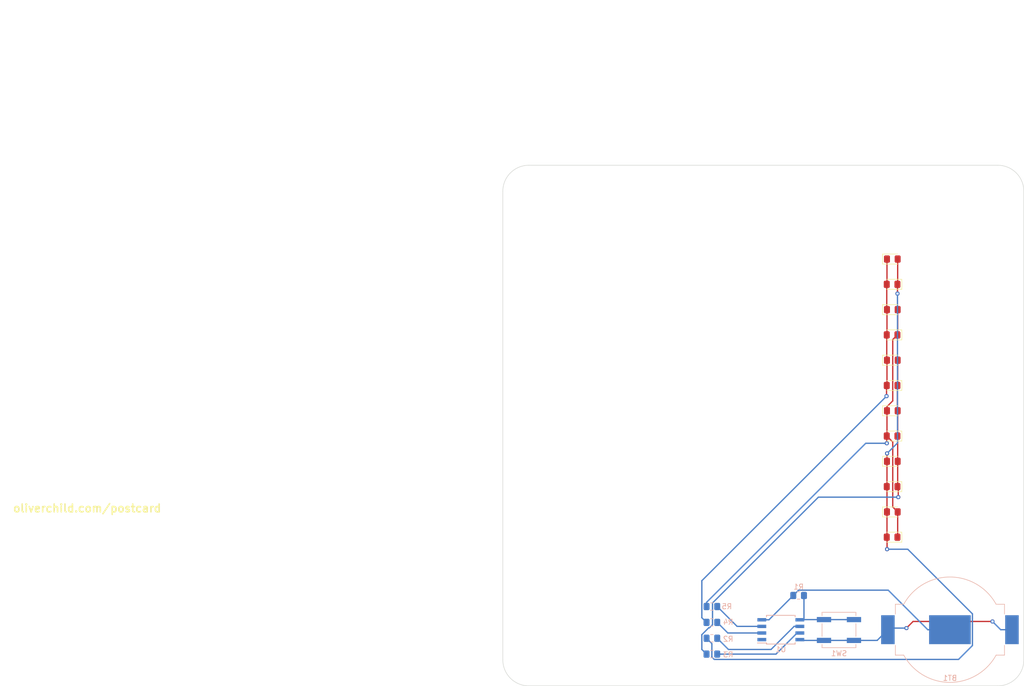
<source format=kicad_pcb>
(kicad_pcb (version 20171130) (host pcbnew "(5.1.12)-1")
  (layers (0 F.Cu signal) (31 B.Cu signal) (34 B.Paste user hide) (35 F.Paste user hide) (36 B.SilkS user hide) (37 F.SilkS user hide) (38 B.Mask user hide) (39 F.Mask user hide) (44 Edge.Cuts user))
  (net 0 "")
  (net 1 Earth)
  (net 2 VDD)
  (net 3 "Net-(D1-Pad1)")
  (net 4 "Net-(D1-Pad2)")
  (net 5 "Net-(D2-Pad1)")
  (net 6 "Net-(D10-Pad2)")
  (net 7 "Net-(R1-Pad1)")
  (net 8 "Net-(R2-Pad2)")
  (net 9 "Net-(R3-Pad2)")
  (net 10 "Net-(R4-Pad2)")
  (net 11 "Net-(R5-Pad2)")
  (net 12 "Net-(U1-Pad1)")
  (module Battery:BatteryHolder_MPD_BC2003_1x2032 (layer B.Cu) (at 182.335 120.96)
    (fp_text reference BT1 (at 0 9.29) (layer B.SilkS) (effects (justify mirror)))
    (fp_text value Battery)
    (fp_line (start -10.47 4.885) (end -8.86291 4.885) (layer B.SilkS) (width 0.12))
    (fp_line (start -10.47 3) (end -10.47 4.885) (layer B.SilkS) (width 0.12))
    (fp_line (start 10.47 3) (end 10.47 4.885) (layer B.SilkS) (width 0.12))
    (fp_line (start -10.47 -3) (end -10.47 -4.885) (layer B.SilkS) (width 0.12))
    (fp_line (start 10.47 -3) (end 10.47 -4.885) (layer B.SilkS) (width 0.12))
    (fp_line (start 10.47 4.885) (end 8.86291 4.885) (layer B.SilkS) (width 0.12))
    (fp_line (start -10.47 -4.885) (end -8.86291 -4.885) (layer B.SilkS) (width 0.12))
    (fp_line (start 10.47 -4.885) (end 8.86291 -4.885) (layer B.SilkS) (width 0.12))
    (fp_arc (start 0 0) (end -8.86291 -4.885) (angle 122.3) (layer B.SilkS) (width 0.12))
    (fp_arc (start 0 0) (end 8.86291 4.885) (angle 122.2752329) (layer B.SilkS) (width 0.12))
    (pad 1 smd rect (at -11.905 0) (size 2.6 5.56) (layers B.Cu B.Paste B.Mask) (net 2 VDD))
    (pad 1 smd rect (at 11.905 0) (size 2.6 5.56) (layers B.Cu B.Paste B.Mask) (net 2 VDD))
    (pad 2 smd rect (at 0 0) (size 8 5.56) (layers B.Cu B.Paste B.Mask) (net 1 Earth))
  )
  (module LED_SMD:LED_0805_2012Metric_Pad1.15x1.40mm_HandSolder (layer F.Cu) (at 171.235 93.477267 180)
    (fp_text reference D1 hide)
    (fp_text value LED hide)
    (fp_line (start -1.86 0.96) (end 1 0.96) (layer F.SilkS) (width 0.12))
    (fp_line (start -1.86 -0.96) (end -1.86 0.96) (layer F.SilkS) (width 0.12))
    (fp_line (start 1 -0.96) (end -1.86 -0.96) (layer F.SilkS) (width 0.12))
    (pad 1 smd roundrect (at -1.025 0 180) (size 1.15 1.4) (layers F.Cu F.Paste F.Mask) (roundrect_rratio 0.217391) (net 3 "Net-(D1-Pad1)"))
    (pad 2 smd roundrect (at 1.025 0 180) (size 1.15 1.4) (layers F.Cu F.Paste F.Mask) (roundrect_rratio 0.217391) (net 4 "Net-(D1-Pad2)"))
  )
  (module LED_SMD:LED_0805_2012Metric_Pad1.15x1.40mm_HandSolder (layer F.Cu) (at 171.28 69.195452)
    (fp_text reference D2 hide)
    (fp_text value LED hide)
    (fp_line (start -1.86 0.96) (end 1 0.96) (layer F.SilkS) (width 0.12))
    (fp_line (start -1.86 -0.96) (end -1.86 0.96) (layer F.SilkS) (width 0.12))
    (fp_line (start 1 -0.96) (end -1.86 -0.96) (layer F.SilkS) (width 0.12))
    (pad 1 smd roundrect (at -1.025 0) (size 1.15 1.4) (layers F.Cu F.Paste F.Mask) (roundrect_rratio 0.217391) (net 5 "Net-(D2-Pad1)"))
    (pad 2 smd roundrect (at 1.025 0) (size 1.15 1.4) (layers F.Cu F.Paste F.Mask) (roundrect_rratio 0.217391) (net 3 "Net-(D1-Pad1)"))
  )
  (module LED_SMD:LED_0805_2012Metric_Pad1.15x1.40mm_HandSolder (layer F.Cu) (at 171.235 64.339089 180)
    (fp_text reference D3 hide)
    (fp_text value LED hide)
    (fp_line (start -1.86 0.96) (end 1 0.96) (layer F.SilkS) (width 0.12))
    (fp_line (start -1.86 -0.96) (end -1.86 0.96) (layer F.SilkS) (width 0.12))
    (fp_line (start 1 -0.96) (end -1.86 -0.96) (layer F.SilkS) (width 0.12))
    (pad 1 smd roundrect (at -1.025 0 180) (size 1.15 1.4) (layers F.Cu F.Paste F.Mask) (roundrect_rratio 0.217391) (net 6 "Net-(D10-Pad2)"))
    (pad 2 smd roundrect (at 1.025 0 180) (size 1.15 1.4) (layers F.Cu F.Paste F.Mask) (roundrect_rratio 0.217391) (net 5 "Net-(D2-Pad1)"))
  )
  (module LED_SMD:LED_0805_2012Metric_Pad1.15x1.40mm_HandSolder (layer F.Cu) (at 171.28 88.620904)
    (fp_text reference D4 hide)
    (fp_text value LED hide)
    (fp_line (start 1 -0.96) (end -1.86 -0.96) (layer F.SilkS) (width 0.12))
    (fp_line (start -1.86 -0.96) (end -1.86 0.96) (layer F.SilkS) (width 0.12))
    (fp_line (start -1.86 0.96) (end 1 0.96) (layer F.SilkS) (width 0.12))
    (pad 2 smd roundrect (at 1.025 0) (size 1.15 1.4) (layers F.Cu F.Paste F.Mask) (roundrect_rratio 0.217391) (net 3 "Net-(D1-Pad1)"))
    (pad 1 smd roundrect (at -1.025 0) (size 1.15 1.4) (layers F.Cu F.Paste F.Mask) (roundrect_rratio 0.217391) (net 4 "Net-(D1-Pad2)"))
  )
  (module LED_SMD:LED_0805_2012Metric_Pad1.15x1.40mm_HandSolder (layer F.Cu) (at 171.235 74.051815 180)
    (fp_text reference D5 hide)
    (fp_text value LED hide)
    (fp_line (start 1 -0.96) (end -1.86 -0.96) (layer F.SilkS) (width 0.12))
    (fp_line (start -1.86 -0.96) (end -1.86 0.96) (layer F.SilkS) (width 0.12))
    (fp_line (start -1.86 0.96) (end 1 0.96) (layer F.SilkS) (width 0.12))
    (pad 2 smd roundrect (at 1.025 0 180) (size 1.15 1.4) (layers F.Cu F.Paste F.Mask) (roundrect_rratio 0.217391) (net 5 "Net-(D2-Pad1)"))
    (pad 1 smd roundrect (at -1.025 0 180) (size 1.15 1.4) (layers F.Cu F.Paste F.Mask) (roundrect_rratio 0.217391) (net 3 "Net-(D1-Pad1)"))
  )
  (module LED_SMD:LED_0805_2012Metric_Pad1.15x1.40mm_HandSolder (layer F.Cu) (at 171.28 59.482726)
    (fp_text reference D6 hide)
    (fp_text value LED hide)
    (fp_line (start 1 -0.96) (end -1.86 -0.96) (layer F.SilkS) (width 0.12))
    (fp_line (start -1.86 -0.96) (end -1.86 0.96) (layer F.SilkS) (width 0.12))
    (fp_line (start -1.86 0.96) (end 1 0.96) (layer F.SilkS) (width 0.12))
    (pad 2 smd roundrect (at 1.025 0) (size 1.15 1.4) (layers F.Cu F.Paste F.Mask) (roundrect_rratio 0.217391) (net 6 "Net-(D10-Pad2)"))
    (pad 1 smd roundrect (at -1.025 0) (size 1.15 1.4) (layers F.Cu F.Paste F.Mask) (roundrect_rratio 0.217391) (net 5 "Net-(D2-Pad1)"))
  )
  (module LED_SMD:LED_0805_2012Metric_Pad1.15x1.40mm_HandSolder (layer F.Cu) (at 171.28 49.77)
    (fp_text reference D7 hide)
    (fp_text value LED hide)
    (fp_line (start -1.86 0.96) (end 1 0.96) (layer F.SilkS) (width 0.12))
    (fp_line (start -1.86 -0.96) (end -1.86 0.96) (layer F.SilkS) (width 0.12))
    (fp_line (start 1 -0.96) (end -1.86 -0.96) (layer F.SilkS) (width 0.12))
    (pad 1 smd roundrect (at -1.025 0) (size 1.15 1.4) (layers F.Cu F.Paste F.Mask) (roundrect_rratio 0.217391) (net 5 "Net-(D2-Pad1)"))
    (pad 2 smd roundrect (at 1.025 0) (size 1.15 1.4) (layers F.Cu F.Paste F.Mask) (roundrect_rratio 0.217391) (net 4 "Net-(D1-Pad2)"))
  )
  (module LED_SMD:LED_0805_2012Metric_Pad1.15x1.40mm_HandSolder (layer F.Cu) (at 171.235 54.626363 180)
    (fp_text reference D8 hide)
    (fp_text value LED hide)
    (fp_line (start 1 -0.96) (end -1.86 -0.96) (layer F.SilkS) (width 0.12))
    (fp_line (start -1.86 -0.96) (end -1.86 0.96) (layer F.SilkS) (width 0.12))
    (fp_line (start -1.86 0.96) (end 1 0.96) (layer F.SilkS) (width 0.12))
    (pad 2 smd roundrect (at 1.025 0 180) (size 1.15 1.4) (layers F.Cu F.Paste F.Mask) (roundrect_rratio 0.217391) (net 5 "Net-(D2-Pad1)"))
    (pad 1 smd roundrect (at -1.025 0 180) (size 1.15 1.4) (layers F.Cu F.Paste F.Mask) (roundrect_rratio 0.217391) (net 4 "Net-(D1-Pad2)"))
  )
  (module LED_SMD:LED_0805_2012Metric_Pad1.15x1.40mm_HandSolder (layer F.Cu) (at 171.235 103.19 180)
    (fp_text reference D9 hide)
    (fp_text value LED hide)
    (fp_line (start -1.86 0.96) (end 1 0.96) (layer F.SilkS) (width 0.12))
    (fp_line (start -1.86 -0.96) (end -1.86 0.96) (layer F.SilkS) (width 0.12))
    (fp_line (start 1 -0.96) (end -1.86 -0.96) (layer F.SilkS) (width 0.12))
    (pad 1 smd roundrect (at -1.025 0 180) (size 1.15 1.4) (layers F.Cu F.Paste F.Mask) (roundrect_rratio 0.217391) (net 6 "Net-(D10-Pad2)"))
    (pad 2 smd roundrect (at 1.025 0 180) (size 1.15 1.4) (layers F.Cu F.Paste F.Mask) (roundrect_rratio 0.217391) (net 4 "Net-(D1-Pad2)"))
  )
  (module LED_SMD:LED_0805_2012Metric_Pad1.15x1.40mm_HandSolder (layer F.Cu) (at 171.28 98.33363)
    (fp_text reference D10 hide)
    (fp_text value LED hide)
    (fp_line (start 1 -0.96) (end -1.86 -0.96) (layer F.SilkS) (width 0.12))
    (fp_line (start -1.86 -0.96) (end -1.86 0.96) (layer F.SilkS) (width 0.12))
    (fp_line (start -1.86 0.96) (end 1 0.96) (layer F.SilkS) (width 0.12))
    (pad 2 smd roundrect (at 1.025 0) (size 1.15 1.4) (layers F.Cu F.Paste F.Mask) (roundrect_rratio 0.217391) (net 6 "Net-(D10-Pad2)"))
    (pad 1 smd roundrect (at -1.025 0) (size 1.15 1.4) (layers F.Cu F.Paste F.Mask) (roundrect_rratio 0.217391) (net 4 "Net-(D1-Pad2)"))
  )
  (module LED_SMD:LED_0805_2012Metric_Pad1.15x1.40mm_HandSolder (layer F.Cu) (at 171.28 78.908178)
    (fp_text reference D11 hide)
    (fp_text value LED hide)
    (fp_line (start -1.86 0.96) (end 1 0.96) (layer F.SilkS) (width 0.12))
    (fp_line (start -1.86 -0.96) (end -1.86 0.96) (layer F.SilkS) (width 0.12))
    (fp_line (start 1 -0.96) (end -1.86 -0.96) (layer F.SilkS) (width 0.12))
    (pad 1 smd roundrect (at -1.025 0) (size 1.15 1.4) (layers F.Cu F.Paste F.Mask) (roundrect_rratio 0.217391) (net 6 "Net-(D10-Pad2)"))
    (pad 2 smd roundrect (at 1.025 0) (size 1.15 1.4) (layers F.Cu F.Paste F.Mask) (roundrect_rratio 0.217391) (net 3 "Net-(D1-Pad1)"))
  )
  (module LED_SMD:LED_0805_2012Metric_Pad1.15x1.40mm_HandSolder (layer F.Cu) (at 171.235 83.764541 180)
    (fp_text reference D12 hide)
    (fp_text value LED hide)
    (fp_line (start 1 -0.96) (end -1.86 -0.96) (layer F.SilkS) (width 0.12))
    (fp_line (start -1.86 -0.96) (end -1.86 0.96) (layer F.SilkS) (width 0.12))
    (fp_line (start -1.86 0.96) (end 1 0.96) (layer F.SilkS) (width 0.12))
    (pad 2 smd roundrect (at 1.025 0 180) (size 1.15 1.4) (layers F.Cu F.Paste F.Mask) (roundrect_rratio 0.217391) (net 6 "Net-(D10-Pad2)"))
    (pad 1 smd roundrect (at -1.025 0 180) (size 1.15 1.4) (layers F.Cu F.Paste F.Mask) (roundrect_rratio 0.217391) (net 3 "Net-(D1-Pad1)"))
  )
  (module Resistor_SMD:R_0805_2012Metric_Pad1.15x1.40mm_HandSolder (layer B.Cu) (at 153.295 114.39 180)
    (fp_text reference R1 (at 0 1.65 180) (layer B.SilkS) (effects (justify mirror)))
    (fp_text value R)
    (fp_line (start -0.261252 0.71) (end 0.261252 0.71) (layer B.SilkS) (width 0.12))
    (fp_line (start -0.261252 -0.71) (end 0.261252 -0.71) (layer B.SilkS) (width 0.12))
    (pad 2 smd roundrect (at 1.025 0 180) (size 1.15 1.4) (layers B.Cu B.Paste B.Mask) (roundrect_rratio 0.217391) (net 1 Earth))
    (pad 1 smd roundrect (at -1.025 0 180) (size 1.15 1.4) (layers B.Cu B.Paste B.Mask) (roundrect_rratio 0.217391) (net 7 "Net-(R1-Pad1)"))
  )
  (module Resistor_SMD:R_0805_2012Metric_Pad1.15x1.40mm_HandSolder (layer B.Cu) (at 136.645 122.603332)
    (fp_text reference R2 (at 3.125 0.146668) (layer B.SilkS) (effects (justify mirror)))
    (fp_text value R)
    (fp_line (start -0.261252 -0.71) (end 0.261252 -0.71) (layer B.SilkS) (width 0.12))
    (fp_line (start -0.261252 0.71) (end 0.261252 0.71) (layer B.SilkS) (width 0.12))
    (pad 1 smd roundrect (at -1.025 0) (size 1.15 1.4) (layers B.Cu B.Paste B.Mask) (roundrect_rratio 0.217391) (net 4 "Net-(D1-Pad2)"))
    (pad 2 smd roundrect (at 1.025 0) (size 1.15 1.4) (layers B.Cu B.Paste B.Mask) (roundrect_rratio 0.217391) (net 8 "Net-(R2-Pad2)"))
  )
  (module Resistor_SMD:R_0805_2012Metric_Pad1.15x1.40mm_HandSolder (layer B.Cu) (at 136.645 125.65)
    (fp_text reference R3 (at 3.125 0.1) (layer B.SilkS) (effects (justify mirror)))
    (fp_text value R)
    (fp_line (start -0.261252 0.71) (end 0.261252 0.71) (layer B.SilkS) (width 0.12))
    (fp_line (start -0.261252 -0.71) (end 0.261252 -0.71) (layer B.SilkS) (width 0.12))
    (pad 2 smd roundrect (at 1.025 0) (size 1.15 1.4) (layers B.Cu B.Paste B.Mask) (roundrect_rratio 0.217391) (net 9 "Net-(R3-Pad2)"))
    (pad 1 smd roundrect (at -1.025 0) (size 1.15 1.4) (layers B.Cu B.Paste B.Mask) (roundrect_rratio 0.217391) (net 3 "Net-(D1-Pad1)"))
  )
  (module Resistor_SMD:R_0805_2012Metric_Pad1.15x1.40mm_HandSolder (layer B.Cu) (at 136.645 119.556666)
    (fp_text reference R4 (at 3.125 -0.056666) (layer B.SilkS) (effects (justify mirror)))
    (fp_text value R)
    (fp_line (start -0.261252 -0.71) (end 0.261252 -0.71) (layer B.SilkS) (width 0.12))
    (fp_line (start -0.261252 0.71) (end 0.261252 0.71) (layer B.SilkS) (width 0.12))
    (pad 1 smd roundrect (at -1.025 0) (size 1.15 1.4) (layers B.Cu B.Paste B.Mask) (roundrect_rratio 0.217391) (net 5 "Net-(D2-Pad1)"))
    (pad 2 smd roundrect (at 1.025 0) (size 1.15 1.4) (layers B.Cu B.Paste B.Mask) (roundrect_rratio 0.217391) (net 10 "Net-(R4-Pad2)"))
  )
  (module Resistor_SMD:R_0805_2012Metric_Pad1.15x1.40mm_HandSolder (layer B.Cu) (at 136.645 116.51)
    (fp_text reference R5 (at 2.875 -0.01) (layer B.SilkS) (effects (justify mirror)))
    (fp_text value R)
    (fp_line (start -0.261252 0.71) (end 0.261252 0.71) (layer B.SilkS) (width 0.12))
    (fp_line (start -0.261252 -0.71) (end 0.261252 -0.71) (layer B.SilkS) (width 0.12))
    (pad 2 smd roundrect (at 1.025 0) (size 1.15 1.4) (layers B.Cu B.Paste B.Mask) (roundrect_rratio 0.217391) (net 11 "Net-(R5-Pad2)"))
    (pad 1 smd roundrect (at -1.025 0) (size 1.15 1.4) (layers B.Cu B.Paste B.Mask) (roundrect_rratio 0.217391) (net 6 "Net-(D10-Pad2)"))
  )
  (module Button_Switch_SMD:SW_SPST_B3SL-1002P (layer B.Cu) (at 161.04 121.02)
    (fp_text reference SW1 (at 0 4.5) (layer B.SilkS) (effects (justify mirror)))
    (fp_text value SW_Push)
    (fp_line (start 3.25 -2.75) (end 3.25 -3.4) (layer B.SilkS) (width 0.12))
    (fp_line (start 3.25 -3.4) (end -3.25 -3.4) (layer B.SilkS) (width 0.12))
    (fp_line (start -3.25 -3.4) (end -3.25 -2.75) (layer B.SilkS) (width 0.12))
    (fp_line (start 3.25 2.75) (end 3.25 3.4) (layer B.SilkS) (width 0.12))
    (fp_line (start 3.25 3.4) (end -3.25 3.4) (layer B.SilkS) (width 0.12))
    (fp_line (start -3.25 3.4) (end -3.25 2.75) (layer B.SilkS) (width 0.12))
    (fp_line (start 3.25 1.25) (end 3.25 -1.25) (layer B.SilkS) (width 0.12))
    (fp_line (start -3.25 1.25) (end -3.25 -1.25) (layer B.SilkS) (width 0.12))
    (pad 2 smd rect (at -2.875 -2) (size 2.75 1) (layers B.Cu B.Paste B.Mask) (net 7 "Net-(R1-Pad1)"))
    (pad 2 smd rect (at 2.875 -2) (size 2.75 1) (layers B.Cu B.Paste B.Mask) (net 7 "Net-(R1-Pad1)"))
    (pad 1 smd rect (at 2.875 2) (size 2.75 1) (layers B.Cu B.Paste B.Mask) (net 2 VDD))
    (pad 1 smd rect (at -2.875 2) (size 2.75 1) (layers B.Cu B.Paste B.Mask) (net 2 VDD))
  )
  (module Package_SO:SOIJ-8_5.3x5.3mm_P1.27mm (layer B.Cu) (at 149.88 120.96)
    (fp_text reference U1 (at 0 3.79) (layer B.SilkS) (effects (justify mirror)))
    (fp_text value ATtiny85-20SU)
    (fp_line (start -2.75 2.755) (end -2.75 2.55) (layer B.SilkS) (width 0.15))
    (fp_line (start 2.75 2.755) (end 2.75 2.455) (layer B.SilkS) (width 0.15))
    (fp_line (start 2.75 -2.755) (end 2.75 -2.455) (layer B.SilkS) (width 0.15))
    (fp_line (start -2.75 -2.755) (end -2.75 -2.455) (layer B.SilkS) (width 0.15))
    (fp_line (start -2.75 2.755) (end 2.75 2.755) (layer B.SilkS) (width 0.15))
    (fp_line (start -2.75 -2.755) (end 2.75 -2.755) (layer B.SilkS) (width 0.15))
    (fp_line (start -2.75 2.55) (end -4.5 2.55) (layer B.SilkS) (width 0.15))
    (pad 8 smd rect (at 3.65 1.905) (size 1.7 0.65) (layers B.Cu B.Paste B.Mask) (net 2 VDD))
    (pad 7 smd rect (at 3.65 0.635) (size 1.7 0.65) (layers B.Cu B.Paste B.Mask) (net 9 "Net-(R3-Pad2)"))
    (pad 6 smd rect (at 3.65 -0.635) (size 1.7 0.65) (layers B.Cu B.Paste B.Mask) (net 8 "Net-(R2-Pad2)"))
    (pad 5 smd rect (at 3.65 -1.905) (size 1.7 0.65) (layers B.Cu B.Paste B.Mask) (net 7 "Net-(R1-Pad1)"))
    (pad 4 smd rect (at -3.65 -1.905) (size 1.7 0.65) (layers B.Cu B.Paste B.Mask) (net 1 Earth))
    (pad 3 smd rect (at -3.65 -0.635) (size 1.7 0.65) (layers B.Cu B.Paste B.Mask) (net 11 "Net-(R5-Pad2)"))
    (pad 2 smd rect (at -3.65 0.635) (size 1.7 0.65) (layers B.Cu B.Paste B.Mask) (net 10 "Net-(R4-Pad2)"))
    (pad 1 smd rect (at -3.65 1.905) (size 1.7 0.65) (layers B.Cu B.Paste B.Mask) (net 12 "Net-(U1-Pad1)"))
  )
  (module lib:smallsoldermask (layer F.Cu) (at 50 50)
    (fp_text reference G*** hide)
    (fp_text value LOGO hide)
  )
  (gr_text oliverchild.com/postcard (at 16.73 97.64) (layer F.SilkS) (effects (font (size 1.5 1.5) (thickness 0.3))))
  (gr_line (start 101.52 31.75) (end 191.52 31.75) (layer Edge.Cuts) (width 0.1))
  (gr_line (start 96.52 126.75) (end 96.52 36.75) (layer Edge.Cuts) (width 0.1))
  (gr_line (start 191.52 131.75) (end 101.52 131.75) (layer Edge.Cuts) (width 0.1))
  (gr_line (start 196.52 36.75) (end 196.52 126.75) (layer Edge.Cuts) (width 0.1))
  (gr_arc (start 191.52 126.75) (end 191.52 131.75) (angle -90) (layer Edge.Cuts) (width 0.1))
  (gr_arc (start 191.52 36.75) (end 196.52 36.75) (angle -90) (layer Edge.Cuts) (width 0.1))
  (gr_arc (start 101.52 36.75) (end 101.52 31.75) (angle -90) (layer Edge.Cuts) (width 0.1))
  (gr_arc (start 101.52 126.75) (end 96.52 126.75) (angle -90) (layer Edge.Cuts) (width 0.1))
  (via (at 173.99 120.65) (size 0.8) (drill 0.4) (layers F.Cu B.Cu) (net 2))
  (via (at 190.5 119.38) (size 0.8) (drill 0.4) (layers F.Cu B.Cu) (net 2))
  (via (at 172.42 95.5) (size 0.8) (drill 0.4) (layers F.Cu B.Cu) (net 3))
  (via (at 170.27 87.1) (size 0.8) (drill 0.4) (layers F.Cu B.Cu) (net 4))
  (via (at 172.27 56.4) (size 0.8) (drill 0.4) (layers F.Cu B.Cu) (net 4))
  (via (at 170.27 105.5) (size 0.8) (drill 0.4) (layers F.Cu B.Cu) (net 4))
  (via (at 170.17 76.1) (size 0.8) (drill 0.4) (layers F.Cu B.Cu) (net 5))
  (via (at 170.22 85.15) (size 0.8) (drill 0.4) (layers F.Cu B.Cu) (net 6))
  (segment (start 170.48999 113.36499) (end 178.085 120.96) (width 0.25) (layer B.Cu) (net 1))
  (segment (start 178.085 120.96) (end 182.335 120.96) (width 0.25) (layer B.Cu) (net 1))
  (segment (start 153.29501 113.36499) (end 170.48999 113.36499) (width 0.25) (layer B.Cu) (net 1))
  (segment (start 152.27 114.39) (end 153.29501 113.36499) (width 0.25) (layer B.Cu) (net 1))
  (segment (start 147.605 119.055) (end 152.27 114.39) (width 0.25) (layer B.Cu) (net 1))
  (segment (start 146.23 119.055) (end 147.605 119.055) (width 0.25) (layer B.Cu) (net 1))
  (segment (start 168.37 123.02) (end 170.43 120.96) (width 0.25) (layer B.Cu) (net 2))
  (segment (start 163.915 123.02) (end 168.37 123.02) (width 0.25) (layer B.Cu) (net 2))
  (segment (start 162.29 123.02) (end 158.165 123.02) (width 0.25) (layer B.Cu) (net 2))
  (segment (start 163.915 123.02) (end 162.29 123.02) (width 0.25) (layer B.Cu) (net 2))
  (segment (start 153.685 123.02) (end 153.53 122.865) (width 0.25) (layer B.Cu) (net 2))
  (segment (start 158.165 123.02) (end 153.685 123.02) (width 0.25) (layer B.Cu) (net 2))
  (segment (start 192.08 120.96) (end 190.5 119.38) (width 0.25) (layer B.Cu) (net 2))
  (segment (start 194.24 120.96) (end 192.08 120.96) (width 0.25) (layer B.Cu) (net 2))
  (segment (start 175.26 119.38) (end 173.99 120.65) (width 0.25) (layer F.Cu) (net 2))
  (segment (start 190.5 119.38) (end 175.26 119.38) (width 0.25) (layer F.Cu) (net 2))
  (segment (start 170.74 120.65) (end 170.43 120.96) (width 0.25) (layer B.Cu) (net 2))
  (segment (start 173.99 120.65) (end 170.74 120.65) (width 0.25) (layer B.Cu) (net 2))
  (segment (start 172.305 74.006815) (end 172.26 74.051815) (width 0.25) (layer F.Cu) (net 3))
  (segment (start 172.305 69.195452) (end 172.305 74.006815) (width 0.25) (layer F.Cu) (net 3))
  (segment (start 172.26 78.863178) (end 172.305 78.908178) (width 0.25) (layer F.Cu) (net 3))
  (segment (start 172.26 74.051815) (end 172.26 78.863178) (width 0.25) (layer F.Cu) (net 3))
  (segment (start 172.305 83.719541) (end 172.26 83.764541) (width 0.25) (layer F.Cu) (net 3))
  (segment (start 172.305 78.908178) (end 172.305 83.719541) (width 0.25) (layer F.Cu) (net 3))
  (segment (start 172.305 93.432267) (end 172.26 93.477267) (width 0.25) (layer F.Cu) (net 3))
  (segment (start 172.305 88.620904) (end 172.305 93.432267) (width 0.25) (layer F.Cu) (net 3))
  (segment (start 172.305 83.809541) (end 172.26 83.764541) (width 0.25) (layer F.Cu) (net 3))
  (segment (start 172.305 88.620904) (end 172.305 83.809541) (width 0.25) (layer F.Cu) (net 3))
  (segment (start 172.5 93.717267) (end 172.26 93.477267) (width 0.25) (layer F.Cu) (net 3))
  (segment (start 157.09181 95.5) (end 172.42 95.5) (width 0.25) (layer B.Cu) (net 3))
  (segment (start 136.76999 119.994866) (end 136.76999 115.82182) (width 0.25) (layer B.Cu) (net 3))
  (segment (start 136.18318 120.581676) (end 136.76999 119.994866) (width 0.25) (layer B.Cu) (net 3))
  (segment (start 134.71999 124.74999) (end 134.71999 121.915152) (width 0.25) (layer B.Cu) (net 3))
  (segment (start 136.76999 115.82182) (end 157.09181 95.5) (width 0.25) (layer B.Cu) (net 3))
  (segment (start 136.053466 120.581676) (end 136.18318 120.581676) (width 0.25) (layer B.Cu) (net 3))
  (segment (start 135.62 125.65) (end 134.71999 124.74999) (width 0.25) (layer B.Cu) (net 3))
  (segment (start 134.71999 121.915152) (end 136.053466 120.581676) (width 0.25) (layer B.Cu) (net 3))
  (segment (start 172.42 93.637267) (end 172.26 93.477267) (width 0.25) (layer F.Cu) (net 3))
  (segment (start 172.42 95.5) (end 172.42 93.637267) (width 0.25) (layer F.Cu) (net 3))
  (segment (start 172.305 54.581363) (end 172.26 54.626363) (width 0.25) (layer F.Cu) (net 4))
  (segment (start 172.305 49.77) (end 172.305 54.581363) (width 0.25) (layer F.Cu) (net 4))
  (segment (start 170.255 93.432267) (end 170.21 93.477267) (width 0.25) (layer F.Cu) (net 4))
  (segment (start 170.255 88.620904) (end 170.255 93.432267) (width 0.25) (layer F.Cu) (net 4))
  (segment (start 170.255 103.145) (end 170.21 103.19) (width 0.25) (layer F.Cu) (net 4))
  (segment (start 170.255 98.33363) (end 170.255 103.145) (width 0.25) (layer F.Cu) (net 4))
  (segment (start 170.255 93.522267) (end 170.21 93.477267) (width 0.25) (layer F.Cu) (net 4))
  (segment (start 170.255 98.33363) (end 170.255 93.522267) (width 0.25) (layer F.Cu) (net 4))
  (segment (start 172.23 54.656363) (end 172.26 54.626363) (width 0.25) (layer F.Cu) (net 4))
  (segment (start 169.98 103.42) (end 170.21 103.19) (width 0.25) (layer F.Cu) (net 4))
  (segment (start 170.255 87.115) (end 170.27 87.1) (width 0.25) (layer F.Cu) (net 4))
  (segment (start 170.255 88.620904) (end 170.255 87.115) (width 0.25) (layer F.Cu) (net 4))
  (segment (start 172.27 85.1) (end 172.27 56.4) (width 0.25) (layer B.Cu) (net 4))
  (segment (start 170.27 87.1) (end 172.27 85.1) (width 0.25) (layer B.Cu) (net 4))
  (segment (start 172.27 54.636363) (end 172.26 54.626363) (width 0.25) (layer F.Cu) (net 4))
  (segment (start 172.27 56.4) (end 172.27 54.636363) (width 0.25) (layer F.Cu) (net 4))
  (segment (start 174.240002 105.5) (end 170.27 105.5) (width 0.25) (layer B.Cu) (net 4))
  (segment (start 186.660001 117.919999) (end 174.240002 105.5) (width 0.25) (layer B.Cu) (net 4))
  (segment (start 135.62 122.603332) (end 136.64501 123.628342) (width 0.25) (layer B.Cu) (net 4))
  (segment (start 183.984992 126.67501) (end 186.660001 124.000001) (width 0.25) (layer B.Cu) (net 4))
  (segment (start 136.64501 123.628342) (end 136.64501 126.2132) (width 0.25) (layer B.Cu) (net 4))
  (segment (start 186.660001 124.000001) (end 186.660001 117.919999) (width 0.25) (layer B.Cu) (net 4))
  (segment (start 136.64501 126.2132) (end 137.10682 126.67501) (width 0.25) (layer B.Cu) (net 4))
  (segment (start 137.10682 126.67501) (end 183.984992 126.67501) (width 0.25) (layer B.Cu) (net 4))
  (segment (start 170.27 103.25) (end 170.21 103.19) (width 0.25) (layer F.Cu) (net 4))
  (segment (start 170.27 105.5) (end 170.27 103.25) (width 0.25) (layer F.Cu) (net 4))
  (segment (start 170.255 54.581363) (end 170.21 54.626363) (width 0.25) (layer F.Cu) (net 5))
  (segment (start 170.255 49.77) (end 170.255 54.581363) (width 0.25) (layer F.Cu) (net 5))
  (segment (start 170.21 59.437726) (end 170.255 59.482726) (width 0.25) (layer F.Cu) (net 5))
  (segment (start 170.21 54.626363) (end 170.21 59.437726) (width 0.25) (layer F.Cu) (net 5))
  (segment (start 170.255 64.294089) (end 170.21 64.339089) (width 0.25) (layer F.Cu) (net 5))
  (segment (start 170.255 59.482726) (end 170.255 64.294089) (width 0.25) (layer F.Cu) (net 5))
  (segment (start 170.21 69.150452) (end 170.255 69.195452) (width 0.25) (layer F.Cu) (net 5))
  (segment (start 170.21 64.339089) (end 170.21 69.150452) (width 0.25) (layer F.Cu) (net 5))
  (segment (start 170.255 74.006815) (end 170.21 74.051815) (width 0.25) (layer F.Cu) (net 5))
  (segment (start 170.255 69.195452) (end 170.255 74.006815) (width 0.25) (layer F.Cu) (net 5))
  (segment (start 170.09 74.171815) (end 170.21 74.051815) (width 0.25) (layer F.Cu) (net 5))
  (segment (start 134.71999 111.55001) (end 170.17 76.1) (width 0.25) (layer B.Cu) (net 5))
  (segment (start 134.71999 118.656656) (end 134.71999 111.55001) (width 0.25) (layer B.Cu) (net 5))
  (segment (start 135.62 119.556666) (end 134.71999 118.656656) (width 0.25) (layer B.Cu) (net 5))
  (segment (start 170.17 74.091815) (end 170.21 74.051815) (width 0.25) (layer F.Cu) (net 5))
  (segment (start 170.17 76.1) (end 170.17 74.091815) (width 0.25) (layer F.Cu) (net 5))
  (segment (start 172.305 64.294089) (end 172.26 64.339089) (width 0.25) (layer F.Cu) (net 6))
  (segment (start 172.305 59.482726) (end 172.305 64.294089) (width 0.25) (layer F.Cu) (net 6))
  (segment (start 170.255 83.719541) (end 170.21 83.764541) (width 0.25) (layer F.Cu) (net 6))
  (segment (start 170.255 78.908178) (end 170.255 83.719541) (width 0.25) (layer F.Cu) (net 6))
  (segment (start 172.305 103.145) (end 172.26 103.19) (width 0.25) (layer F.Cu) (net 6))
  (segment (start 172.305 98.33363) (end 172.305 103.145) (width 0.25) (layer F.Cu) (net 6))
  (segment (start 170.833372 84.387913) (end 170.21 83.764541) (width 0.25) (layer F.Cu) (net 6))
  (segment (start 171.35999 84.914531) (end 170.833372 84.387913) (width 0.25) (layer F.Cu) (net 6))
  (segment (start 171.35999 97.38862) (end 171.35999 84.914531) (width 0.25) (layer F.Cu) (net 6))
  (segment (start 172.305 98.33363) (end 171.35999 97.38862) (width 0.25) (layer F.Cu) (net 6))
  (segment (start 171.35999 65.239099) (end 171.636628 64.962461) (width 0.25) (layer F.Cu) (net 6))
  (segment (start 171.35999 77.003188) (end 171.35999 65.239099) (width 0.25) (layer F.Cu) (net 6))
  (segment (start 171.636628 64.962461) (end 172.26 64.339089) (width 0.25) (layer F.Cu) (net 6))
  (segment (start 170.255 78.108178) (end 171.35999 77.003188) (width 0.25) (layer F.Cu) (net 6))
  (segment (start 170.255 78.908178) (end 170.255 78.108178) (width 0.25) (layer F.Cu) (net 6))
  (segment (start 170.21 85.14) (end 170.22 85.15) (width 0.25) (layer F.Cu) (net 6))
  (segment (start 135.62 116.51) (end 135.62 115.71) (width 0.25) (layer B.Cu) (net 6))
  (segment (start 135.62 115.71) (end 166.18 85.15) (width 0.25) (layer B.Cu) (net 6))
  (segment (start 169.654315 85.15) (end 170.22 85.15) (width 0.25) (layer B.Cu) (net 6))
  (segment (start 170.21 83.764541) (end 170.21 85.14) (width 0.25) (layer F.Cu) (net 6))
  (segment (start 166.18 85.15) (end 169.654315 85.15) (width 0.25) (layer B.Cu) (net 6))
  (segment (start 162.29 119.02) (end 158.165 119.02) (width 0.25) (layer B.Cu) (net 7))
  (segment (start 163.915 119.02) (end 162.29 119.02) (width 0.25) (layer B.Cu) (net 7))
  (segment (start 153.565 119.02) (end 153.53 119.055) (width 0.25) (layer B.Cu) (net 7))
  (segment (start 158.165 119.02) (end 153.565 119.02) (width 0.25) (layer B.Cu) (net 7))
  (segment (start 154.32 118.79) (end 154.32 115.19) (width 0.25) (layer B.Cu) (net 7))
  (segment (start 154.055 119.055) (end 154.32 118.79) (width 0.25) (layer B.Cu) (net 7))
  (segment (start 154.32 115.19) (end 154.32 114.39) (width 0.25) (layer B.Cu) (net 7))
  (segment (start 153.53 119.055) (end 154.055 119.055) (width 0.25) (layer B.Cu) (net 7))
  (segment (start 152.43 120.325) (end 147.995 124.76) (width 0.25) (layer B.Cu) (net 8))
  (segment (start 153.53 120.325) (end 152.43 120.325) (width 0.25) (layer B.Cu) (net 8))
  (segment (start 139.826668 124.76) (end 137.67 122.603332) (width 0.25) (layer B.Cu) (net 8))
  (segment (start 147.995 124.76) (end 139.826668 124.76) (width 0.25) (layer B.Cu) (net 8))
  (segment (start 148.95 125.65) (end 138.345 125.65) (width 0.25) (layer B.Cu) (net 9))
  (segment (start 138.345 125.65) (end 137.67 125.65) (width 0.25) (layer B.Cu) (net 9))
  (segment (start 153.005 121.595) (end 148.95 125.65) (width 0.25) (layer B.Cu) (net 9))
  (segment (start 153.53 121.595) (end 153.005 121.595) (width 0.25) (layer B.Cu) (net 9))
  (segment (start 139.708334 121.595) (end 137.67 119.556666) (width 0.25) (layer B.Cu) (net 10))
  (segment (start 146.23 121.595) (end 139.708334 121.595) (width 0.25) (layer B.Cu) (net 10))
  (segment (start 141.485 120.325) (end 137.67 116.51) (width 0.25) (layer B.Cu) (net 11))
  (segment (start 146.23 120.325) (end 141.485 120.325) (width 0.25) (layer B.Cu) (net 11))
)
</source>
